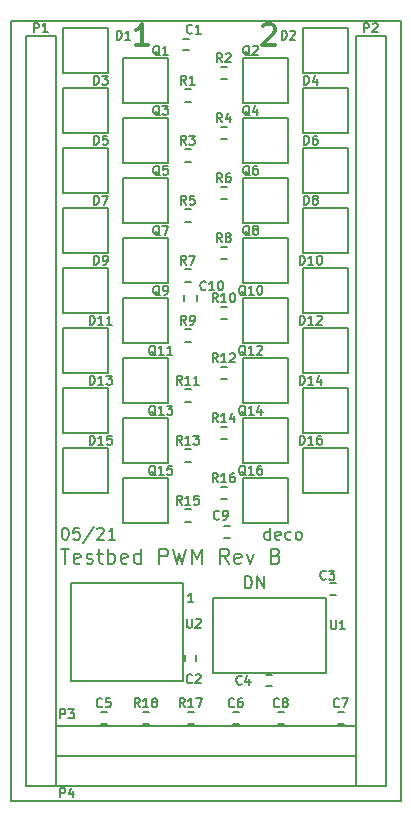
<source format=gbr>
%TF.GenerationSoftware,KiCad,Pcbnew,4.0.2-stable*%
%TF.CreationDate,2021-11-11T11:09:56-08:00*%
%TF.ProjectId,pwm,70776D2E6B696361645F706362000000,rev?*%
%TF.FileFunction,Legend,Top*%
%FSLAX46Y46*%
G04 Gerber Fmt 4.6, Leading zero omitted, Abs format (unit mm)*
G04 Created by KiCad (PCBNEW 4.0.2-stable) date 11/11/2021 11:09:56 AM*
%MOMM*%
G01*
G04 APERTURE LIST*
%ADD10C,0.100000*%
%ADD11C,0.203200*%
%ADD12C,0.190500*%
%ADD13C,0.300000*%
%ADD14C,0.150000*%
%ADD15C,0.127000*%
G04 APERTURE END LIST*
D10*
D11*
X173509215Y-119204619D02*
X173509215Y-118188619D01*
X173751120Y-118188619D01*
X173896262Y-118237000D01*
X173993024Y-118333762D01*
X174041405Y-118430524D01*
X174089786Y-118624048D01*
X174089786Y-118769190D01*
X174041405Y-118962714D01*
X173993024Y-119059476D01*
X173896262Y-119156238D01*
X173751120Y-119204619D01*
X173509215Y-119204619D01*
X174525215Y-119204619D02*
X174525215Y-118188619D01*
X175105786Y-119204619D01*
X175105786Y-118188619D01*
D12*
X158232929Y-114061119D02*
X158329690Y-114061119D01*
X158426452Y-114109500D01*
X158474833Y-114157881D01*
X158523214Y-114254643D01*
X158571595Y-114448167D01*
X158571595Y-114690071D01*
X158523214Y-114883595D01*
X158474833Y-114980357D01*
X158426452Y-115028738D01*
X158329690Y-115077119D01*
X158232929Y-115077119D01*
X158136167Y-115028738D01*
X158087786Y-114980357D01*
X158039405Y-114883595D01*
X157991024Y-114690071D01*
X157991024Y-114448167D01*
X158039405Y-114254643D01*
X158087786Y-114157881D01*
X158136167Y-114109500D01*
X158232929Y-114061119D01*
X159490833Y-114061119D02*
X159007024Y-114061119D01*
X158958643Y-114544929D01*
X159007024Y-114496548D01*
X159103786Y-114448167D01*
X159345690Y-114448167D01*
X159442452Y-114496548D01*
X159490833Y-114544929D01*
X159539214Y-114641690D01*
X159539214Y-114883595D01*
X159490833Y-114980357D01*
X159442452Y-115028738D01*
X159345690Y-115077119D01*
X159103786Y-115077119D01*
X159007024Y-115028738D01*
X158958643Y-114980357D01*
X160700357Y-114012738D02*
X159829500Y-115319024D01*
X160990643Y-114157881D02*
X161039024Y-114109500D01*
X161135786Y-114061119D01*
X161377690Y-114061119D01*
X161474452Y-114109500D01*
X161522833Y-114157881D01*
X161571214Y-114254643D01*
X161571214Y-114351405D01*
X161522833Y-114496548D01*
X160942262Y-115077119D01*
X161571214Y-115077119D01*
X162538833Y-115077119D02*
X161958262Y-115077119D01*
X162248548Y-115077119D02*
X162248548Y-114061119D01*
X162151786Y-114206262D01*
X162055024Y-114303024D01*
X161958262Y-114351405D01*
D11*
X175619833Y-115077119D02*
X175619833Y-114061119D01*
X175619833Y-115028738D02*
X175523071Y-115077119D01*
X175329548Y-115077119D01*
X175232786Y-115028738D01*
X175184405Y-114980357D01*
X175136024Y-114883595D01*
X175136024Y-114593310D01*
X175184405Y-114496548D01*
X175232786Y-114448167D01*
X175329548Y-114399786D01*
X175523071Y-114399786D01*
X175619833Y-114448167D01*
X176490690Y-115028738D02*
X176393928Y-115077119D01*
X176200405Y-115077119D01*
X176103643Y-115028738D01*
X176055262Y-114931976D01*
X176055262Y-114544929D01*
X176103643Y-114448167D01*
X176200405Y-114399786D01*
X176393928Y-114399786D01*
X176490690Y-114448167D01*
X176539071Y-114544929D01*
X176539071Y-114641690D01*
X176055262Y-114738452D01*
X177409928Y-115028738D02*
X177313166Y-115077119D01*
X177119643Y-115077119D01*
X177022881Y-115028738D01*
X176974500Y-114980357D01*
X176926119Y-114883595D01*
X176926119Y-114593310D01*
X176974500Y-114496548D01*
X177022881Y-114448167D01*
X177119643Y-114399786D01*
X177313166Y-114399786D01*
X177409928Y-114448167D01*
X177990500Y-115077119D02*
X177893738Y-115028738D01*
X177845357Y-114980357D01*
X177796976Y-114883595D01*
X177796976Y-114593310D01*
X177845357Y-114496548D01*
X177893738Y-114448167D01*
X177990500Y-114399786D01*
X178135642Y-114399786D01*
X178232404Y-114448167D01*
X178280785Y-114496548D01*
X178329166Y-114593310D01*
X178329166Y-114883595D01*
X178280785Y-114980357D01*
X178232404Y-115028738D01*
X178135642Y-115077119D01*
X177990500Y-115077119D01*
X157918452Y-115827024D02*
X158644167Y-115827024D01*
X158281310Y-117097024D02*
X158281310Y-115827024D01*
X159551309Y-117036548D02*
X159430357Y-117097024D01*
X159188452Y-117097024D01*
X159067500Y-117036548D01*
X159007024Y-116915595D01*
X159007024Y-116431786D01*
X159067500Y-116310833D01*
X159188452Y-116250357D01*
X159430357Y-116250357D01*
X159551309Y-116310833D01*
X159611786Y-116431786D01*
X159611786Y-116552738D01*
X159007024Y-116673690D01*
X160095595Y-117036548D02*
X160216547Y-117097024D01*
X160458452Y-117097024D01*
X160579404Y-117036548D01*
X160639880Y-116915595D01*
X160639880Y-116855119D01*
X160579404Y-116734167D01*
X160458452Y-116673690D01*
X160277023Y-116673690D01*
X160156071Y-116613214D01*
X160095595Y-116492262D01*
X160095595Y-116431786D01*
X160156071Y-116310833D01*
X160277023Y-116250357D01*
X160458452Y-116250357D01*
X160579404Y-116310833D01*
X161002737Y-116250357D02*
X161486547Y-116250357D01*
X161184166Y-115827024D02*
X161184166Y-116915595D01*
X161244642Y-117036548D01*
X161365595Y-117097024D01*
X161486547Y-117097024D01*
X161909880Y-117097024D02*
X161909880Y-115827024D01*
X161909880Y-116310833D02*
X162030832Y-116250357D01*
X162272737Y-116250357D01*
X162393689Y-116310833D01*
X162454166Y-116371310D01*
X162514642Y-116492262D01*
X162514642Y-116855119D01*
X162454166Y-116976071D01*
X162393689Y-117036548D01*
X162272737Y-117097024D01*
X162030832Y-117097024D01*
X161909880Y-117036548D01*
X163542737Y-117036548D02*
X163421785Y-117097024D01*
X163179880Y-117097024D01*
X163058928Y-117036548D01*
X162998452Y-116915595D01*
X162998452Y-116431786D01*
X163058928Y-116310833D01*
X163179880Y-116250357D01*
X163421785Y-116250357D01*
X163542737Y-116310833D01*
X163603214Y-116431786D01*
X163603214Y-116552738D01*
X162998452Y-116673690D01*
X164691785Y-117097024D02*
X164691785Y-115827024D01*
X164691785Y-117036548D02*
X164570832Y-117097024D01*
X164328928Y-117097024D01*
X164207975Y-117036548D01*
X164147499Y-116976071D01*
X164087023Y-116855119D01*
X164087023Y-116492262D01*
X164147499Y-116371310D01*
X164207975Y-116310833D01*
X164328928Y-116250357D01*
X164570832Y-116250357D01*
X164691785Y-116310833D01*
X166264166Y-117097024D02*
X166264166Y-115827024D01*
X166747975Y-115827024D01*
X166868928Y-115887500D01*
X166929404Y-115947976D01*
X166989880Y-116068929D01*
X166989880Y-116250357D01*
X166929404Y-116371310D01*
X166868928Y-116431786D01*
X166747975Y-116492262D01*
X166264166Y-116492262D01*
X167413214Y-115827024D02*
X167715595Y-117097024D01*
X167957499Y-116189881D01*
X168199404Y-117097024D01*
X168501785Y-115827024D01*
X168985595Y-117097024D02*
X168985595Y-115827024D01*
X169408928Y-116734167D01*
X169832262Y-115827024D01*
X169832262Y-117097024D01*
X172130357Y-117097024D02*
X171707024Y-116492262D01*
X171404643Y-117097024D02*
X171404643Y-115827024D01*
X171888452Y-115827024D01*
X172009405Y-115887500D01*
X172069881Y-115947976D01*
X172130357Y-116068929D01*
X172130357Y-116250357D01*
X172069881Y-116371310D01*
X172009405Y-116431786D01*
X171888452Y-116492262D01*
X171404643Y-116492262D01*
X173158452Y-117036548D02*
X173037500Y-117097024D01*
X172795595Y-117097024D01*
X172674643Y-117036548D01*
X172614167Y-116915595D01*
X172614167Y-116431786D01*
X172674643Y-116310833D01*
X172795595Y-116250357D01*
X173037500Y-116250357D01*
X173158452Y-116310833D01*
X173218929Y-116431786D01*
X173218929Y-116552738D01*
X172614167Y-116673690D01*
X173642262Y-116250357D02*
X173944643Y-117097024D01*
X174247023Y-116250357D01*
X176121785Y-116431786D02*
X176303214Y-116492262D01*
X176363690Y-116552738D01*
X176424166Y-116673690D01*
X176424166Y-116855119D01*
X176363690Y-116976071D01*
X176303214Y-117036548D01*
X176182261Y-117097024D01*
X175698452Y-117097024D01*
X175698452Y-115827024D01*
X176121785Y-115827024D01*
X176242738Y-115887500D01*
X176303214Y-115947976D01*
X176363690Y-116068929D01*
X176363690Y-116189881D01*
X176303214Y-116310833D01*
X176242738Y-116371310D01*
X176121785Y-116431786D01*
X175698452Y-116431786D01*
D13*
X175069501Y-71585667D02*
X175154167Y-71501000D01*
X175323501Y-71416333D01*
X175746834Y-71416333D01*
X175916167Y-71501000D01*
X176000834Y-71585667D01*
X176085501Y-71755000D01*
X176085501Y-71924333D01*
X176000834Y-72178333D01*
X174984834Y-73194333D01*
X176085501Y-73194333D01*
X165290501Y-73194333D02*
X164274501Y-73194333D01*
X164782501Y-73194333D02*
X164782501Y-71416333D01*
X164613167Y-71670333D01*
X164443834Y-71839667D01*
X164274501Y-71924333D01*
D14*
X153670000Y-71120000D02*
X186690000Y-71120000D01*
X153670000Y-137160000D02*
X186690000Y-137160000D01*
X153670000Y-137160000D02*
X153670000Y-71120000D01*
X186690000Y-71120000D02*
X186690000Y-137160000D01*
X171954000Y-90280000D02*
X171454000Y-90280000D01*
X171454000Y-91330000D02*
X171954000Y-91330000D01*
X168275000Y-127000000D02*
X168275000Y-118745000D01*
X168275000Y-118745000D02*
X158750000Y-118745000D01*
X158750000Y-118745000D02*
X158750000Y-127000000D01*
X158750000Y-127000000D02*
X168275000Y-127000000D01*
X161925000Y-80645000D02*
X161925000Y-76835000D01*
X161925000Y-76835000D02*
X158115000Y-76835000D01*
X158115000Y-76835000D02*
X158115000Y-80645000D01*
X158115000Y-80645000D02*
X161925000Y-80645000D01*
X168406000Y-83075000D02*
X168906000Y-83075000D01*
X168906000Y-82025000D02*
X168406000Y-82025000D01*
X168279000Y-73627000D02*
X168779000Y-73627000D01*
X168779000Y-72677000D02*
X168279000Y-72677000D01*
X168435000Y-124845000D02*
X168435000Y-125345000D01*
X169385000Y-125345000D02*
X169385000Y-124845000D01*
X181225000Y-118778000D02*
X180725000Y-118778000D01*
X180725000Y-119728000D02*
X181225000Y-119728000D01*
X175764000Y-126525000D02*
X175264000Y-126525000D01*
X175264000Y-127475000D02*
X175764000Y-127475000D01*
X168406000Y-77995000D02*
X168906000Y-77995000D01*
X168906000Y-76945000D02*
X168406000Y-76945000D01*
X171954000Y-75040000D02*
X171454000Y-75040000D01*
X171454000Y-76090000D02*
X171954000Y-76090000D01*
X171954000Y-80120000D02*
X171454000Y-80120000D01*
X171454000Y-81170000D02*
X171954000Y-81170000D01*
X168406000Y-88155000D02*
X168906000Y-88155000D01*
X168906000Y-87105000D02*
X168406000Y-87105000D01*
X171954000Y-85200000D02*
X171454000Y-85200000D01*
X171454000Y-86250000D02*
X171954000Y-86250000D01*
X168406000Y-93235000D02*
X168906000Y-93235000D01*
X168906000Y-92185000D02*
X168406000Y-92185000D01*
X168406000Y-98315000D02*
X168906000Y-98315000D01*
X168906000Y-97265000D02*
X168406000Y-97265000D01*
X171954000Y-95360000D02*
X171454000Y-95360000D01*
X171454000Y-96410000D02*
X171954000Y-96410000D01*
X168406000Y-103395000D02*
X168906000Y-103395000D01*
X168906000Y-102345000D02*
X168406000Y-102345000D01*
X171954000Y-100440000D02*
X171454000Y-100440000D01*
X171454000Y-101490000D02*
X171954000Y-101490000D01*
X168406000Y-108475000D02*
X168906000Y-108475000D01*
X168906000Y-107425000D02*
X168406000Y-107425000D01*
X171954000Y-105520000D02*
X171454000Y-105520000D01*
X171454000Y-106570000D02*
X171954000Y-106570000D01*
X168406000Y-113555000D02*
X168906000Y-113555000D01*
X168906000Y-112505000D02*
X168406000Y-112505000D01*
X171954000Y-110600000D02*
X171454000Y-110600000D01*
X171454000Y-111650000D02*
X171954000Y-111650000D01*
X169160000Y-129650000D02*
X168660000Y-129650000D01*
X168660000Y-130700000D02*
X169160000Y-130700000D01*
X170815000Y-126365000D02*
X180340000Y-126365000D01*
X180340000Y-126365000D02*
X180340000Y-120015000D01*
X180340000Y-120015000D02*
X170815000Y-120015000D01*
X170815000Y-120015000D02*
X170815000Y-126365000D01*
X161925000Y-75565000D02*
X161925000Y-71755000D01*
X161925000Y-71755000D02*
X158115000Y-71755000D01*
X158115000Y-71755000D02*
X158115000Y-75565000D01*
X158115000Y-75565000D02*
X161925000Y-75565000D01*
X182245000Y-75565000D02*
X182245000Y-71755000D01*
X182245000Y-71755000D02*
X178435000Y-71755000D01*
X178435000Y-71755000D02*
X178435000Y-75565000D01*
X178435000Y-75565000D02*
X182245000Y-75565000D01*
X161925000Y-85725000D02*
X161925000Y-81915000D01*
X161925000Y-81915000D02*
X158115000Y-81915000D01*
X158115000Y-81915000D02*
X158115000Y-85725000D01*
X158115000Y-85725000D02*
X161925000Y-85725000D01*
X182245000Y-85725000D02*
X182245000Y-81915000D01*
X182245000Y-81915000D02*
X178435000Y-81915000D01*
X178435000Y-81915000D02*
X178435000Y-85725000D01*
X178435000Y-85725000D02*
X182245000Y-85725000D01*
X161925000Y-90805000D02*
X161925000Y-86995000D01*
X161925000Y-86995000D02*
X158115000Y-86995000D01*
X158115000Y-86995000D02*
X158115000Y-90805000D01*
X158115000Y-90805000D02*
X161925000Y-90805000D01*
X182245000Y-90805000D02*
X182245000Y-86995000D01*
X182245000Y-86995000D02*
X178435000Y-86995000D01*
X178435000Y-86995000D02*
X178435000Y-90805000D01*
X178435000Y-90805000D02*
X182245000Y-90805000D01*
X161925000Y-95885000D02*
X161925000Y-92075000D01*
X161925000Y-92075000D02*
X158115000Y-92075000D01*
X158115000Y-92075000D02*
X158115000Y-95885000D01*
X158115000Y-95885000D02*
X161925000Y-95885000D01*
X182245000Y-95885000D02*
X182245000Y-92075000D01*
X182245000Y-92075000D02*
X178435000Y-92075000D01*
X178435000Y-92075000D02*
X178435000Y-95885000D01*
X178435000Y-95885000D02*
X182245000Y-95885000D01*
X161925000Y-100965000D02*
X161925000Y-97155000D01*
X161925000Y-97155000D02*
X158115000Y-97155000D01*
X158115000Y-97155000D02*
X158115000Y-100965000D01*
X158115000Y-100965000D02*
X161925000Y-100965000D01*
X182245000Y-100965000D02*
X182245000Y-97155000D01*
X182245000Y-97155000D02*
X178435000Y-97155000D01*
X178435000Y-97155000D02*
X178435000Y-100965000D01*
X178435000Y-100965000D02*
X182245000Y-100965000D01*
X161925000Y-106045000D02*
X161925000Y-102235000D01*
X161925000Y-102235000D02*
X158115000Y-102235000D01*
X158115000Y-102235000D02*
X158115000Y-106045000D01*
X158115000Y-106045000D02*
X161925000Y-106045000D01*
X161925000Y-111125000D02*
X161925000Y-107315000D01*
X161925000Y-107315000D02*
X158115000Y-107315000D01*
X158115000Y-107315000D02*
X158115000Y-111125000D01*
X158115000Y-111125000D02*
X161925000Y-111125000D01*
X182245000Y-111125000D02*
X182245000Y-107315000D01*
X182245000Y-107315000D02*
X178435000Y-107315000D01*
X178435000Y-107315000D02*
X178435000Y-111125000D01*
X178435000Y-111125000D02*
X182245000Y-111125000D01*
X167005000Y-74295000D02*
X163195000Y-74295000D01*
X163195000Y-74295000D02*
X163195000Y-78105000D01*
X163195000Y-78105000D02*
X167005000Y-78105000D01*
X167005000Y-78105000D02*
X167005000Y-74295000D01*
X173355000Y-78105000D02*
X177165000Y-78105000D01*
X177165000Y-78105000D02*
X177165000Y-74295000D01*
X177165000Y-74295000D02*
X173355000Y-74295000D01*
X173355000Y-74295000D02*
X173355000Y-78105000D01*
X167005000Y-79375000D02*
X163195000Y-79375000D01*
X163195000Y-79375000D02*
X163195000Y-83185000D01*
X163195000Y-83185000D02*
X167005000Y-83185000D01*
X167005000Y-83185000D02*
X167005000Y-79375000D01*
X173355000Y-83185000D02*
X177165000Y-83185000D01*
X177165000Y-83185000D02*
X177165000Y-79375000D01*
X177165000Y-79375000D02*
X173355000Y-79375000D01*
X173355000Y-79375000D02*
X173355000Y-83185000D01*
X167005000Y-84455000D02*
X163195000Y-84455000D01*
X163195000Y-84455000D02*
X163195000Y-88265000D01*
X163195000Y-88265000D02*
X167005000Y-88265000D01*
X167005000Y-88265000D02*
X167005000Y-84455000D01*
X173355000Y-88265000D02*
X177165000Y-88265000D01*
X177165000Y-88265000D02*
X177165000Y-84455000D01*
X177165000Y-84455000D02*
X173355000Y-84455000D01*
X173355000Y-84455000D02*
X173355000Y-88265000D01*
X167005000Y-89535000D02*
X163195000Y-89535000D01*
X163195000Y-89535000D02*
X163195000Y-93345000D01*
X163195000Y-93345000D02*
X167005000Y-93345000D01*
X167005000Y-93345000D02*
X167005000Y-89535000D01*
X173355000Y-93345000D02*
X177165000Y-93345000D01*
X177165000Y-93345000D02*
X177165000Y-89535000D01*
X177165000Y-89535000D02*
X173355000Y-89535000D01*
X173355000Y-89535000D02*
X173355000Y-93345000D01*
X167005000Y-94615000D02*
X163195000Y-94615000D01*
X163195000Y-94615000D02*
X163195000Y-98425000D01*
X163195000Y-98425000D02*
X167005000Y-98425000D01*
X167005000Y-98425000D02*
X167005000Y-94615000D01*
X173355000Y-98425000D02*
X177165000Y-98425000D01*
X177165000Y-98425000D02*
X177165000Y-94615000D01*
X177165000Y-94615000D02*
X173355000Y-94615000D01*
X173355000Y-94615000D02*
X173355000Y-98425000D01*
X167005000Y-99695000D02*
X163195000Y-99695000D01*
X163195000Y-99695000D02*
X163195000Y-103505000D01*
X163195000Y-103505000D02*
X167005000Y-103505000D01*
X167005000Y-103505000D02*
X167005000Y-99695000D01*
X173355000Y-103505000D02*
X177165000Y-103505000D01*
X177165000Y-103505000D02*
X177165000Y-99695000D01*
X177165000Y-99695000D02*
X173355000Y-99695000D01*
X173355000Y-99695000D02*
X173355000Y-103505000D01*
X167005000Y-104775000D02*
X163195000Y-104775000D01*
X163195000Y-104775000D02*
X163195000Y-108585000D01*
X163195000Y-108585000D02*
X167005000Y-108585000D01*
X167005000Y-108585000D02*
X167005000Y-104775000D01*
X173355000Y-108585000D02*
X177165000Y-108585000D01*
X177165000Y-108585000D02*
X177165000Y-104775000D01*
X177165000Y-104775000D02*
X173355000Y-104775000D01*
X173355000Y-104775000D02*
X173355000Y-108585000D01*
X167005000Y-109855000D02*
X163195000Y-109855000D01*
X163195000Y-109855000D02*
X163195000Y-113665000D01*
X163195000Y-113665000D02*
X167005000Y-113665000D01*
X167005000Y-113665000D02*
X167005000Y-109855000D01*
X173355000Y-113665000D02*
X177165000Y-113665000D01*
X177165000Y-113665000D02*
X177165000Y-109855000D01*
X177165000Y-109855000D02*
X173355000Y-109855000D01*
X173355000Y-109855000D02*
X173355000Y-113665000D01*
X161294000Y-130650000D02*
X161794000Y-130650000D01*
X161794000Y-129700000D02*
X161294000Y-129700000D01*
X182245000Y-80645000D02*
X182245000Y-76835000D01*
X182245000Y-76835000D02*
X178435000Y-76835000D01*
X178435000Y-76835000D02*
X178435000Y-80645000D01*
X178435000Y-80645000D02*
X182245000Y-80645000D01*
X172970000Y-129700000D02*
X172470000Y-129700000D01*
X172470000Y-130650000D02*
X172970000Y-130650000D01*
X181360000Y-130650000D02*
X181860000Y-130650000D01*
X181860000Y-129700000D02*
X181360000Y-129700000D01*
X176780000Y-129700000D02*
X176280000Y-129700000D01*
X176280000Y-130650000D02*
X176780000Y-130650000D01*
X172208000Y-113952000D02*
X171708000Y-113952000D01*
X171708000Y-114902000D02*
X172208000Y-114902000D01*
X182245000Y-106045000D02*
X182245000Y-102235000D01*
X182245000Y-102235000D02*
X178435000Y-102235000D01*
X178435000Y-102235000D02*
X178435000Y-106045000D01*
X178435000Y-106045000D02*
X182245000Y-106045000D01*
X164850000Y-130700000D02*
X165350000Y-130700000D01*
X165350000Y-129650000D02*
X164850000Y-129650000D01*
X168385000Y-94365000D02*
X168385000Y-94865000D01*
X169435000Y-94865000D02*
X169435000Y-94365000D01*
X154940000Y-72390000D02*
X154940000Y-135890000D01*
X157480000Y-135890000D02*
X157480000Y-72390000D01*
X154940000Y-72390000D02*
X157480000Y-72390000D01*
X154940000Y-135890000D02*
X157480000Y-135890000D01*
X182880000Y-72390000D02*
X182880000Y-135890000D01*
X185420000Y-135890000D02*
X185420000Y-72390000D01*
X182880000Y-72390000D02*
X185420000Y-72390000D01*
X182880000Y-135890000D02*
X185420000Y-135890000D01*
X182880000Y-130810000D02*
X157480000Y-130810000D01*
X157480000Y-133350000D02*
X182880000Y-133350000D01*
X157480000Y-130810000D02*
X157480000Y-133350000D01*
X182880000Y-130810000D02*
X182880000Y-133350000D01*
X157480000Y-135890000D02*
X182880000Y-135890000D01*
X182880000Y-133350000D02*
X157480000Y-133350000D01*
X182880000Y-135890000D02*
X182880000Y-133350000D01*
X157480000Y-135890000D02*
X157480000Y-133350000D01*
D15*
X171577000Y-89879714D02*
X171323000Y-89516857D01*
X171141572Y-89879714D02*
X171141572Y-89117714D01*
X171431857Y-89117714D01*
X171504429Y-89154000D01*
X171540714Y-89190286D01*
X171577000Y-89262857D01*
X171577000Y-89371714D01*
X171540714Y-89444286D01*
X171504429Y-89480571D01*
X171431857Y-89516857D01*
X171141572Y-89516857D01*
X172012429Y-89444286D02*
X171939857Y-89408000D01*
X171903572Y-89371714D01*
X171867286Y-89299143D01*
X171867286Y-89262857D01*
X171903572Y-89190286D01*
X171939857Y-89154000D01*
X172012429Y-89117714D01*
X172157572Y-89117714D01*
X172230143Y-89154000D01*
X172266429Y-89190286D01*
X172302714Y-89262857D01*
X172302714Y-89299143D01*
X172266429Y-89371714D01*
X172230143Y-89408000D01*
X172157572Y-89444286D01*
X172012429Y-89444286D01*
X171939857Y-89480571D01*
X171903572Y-89516857D01*
X171867286Y-89589429D01*
X171867286Y-89734571D01*
X171903572Y-89807143D01*
X171939857Y-89843429D01*
X172012429Y-89879714D01*
X172157572Y-89879714D01*
X172230143Y-89843429D01*
X172266429Y-89807143D01*
X172302714Y-89734571D01*
X172302714Y-89589429D01*
X172266429Y-89516857D01*
X172230143Y-89480571D01*
X172157572Y-89444286D01*
X168583429Y-121756714D02*
X168583429Y-122373571D01*
X168619714Y-122446143D01*
X168656000Y-122482429D01*
X168728571Y-122518714D01*
X168873714Y-122518714D01*
X168946286Y-122482429D01*
X168982571Y-122446143D01*
X169018857Y-122373571D01*
X169018857Y-121756714D01*
X169345429Y-121829286D02*
X169381715Y-121793000D01*
X169454286Y-121756714D01*
X169635715Y-121756714D01*
X169708286Y-121793000D01*
X169744572Y-121829286D01*
X169780857Y-121901857D01*
X169780857Y-121974429D01*
X169744572Y-122083286D01*
X169309143Y-122518714D01*
X169780857Y-122518714D01*
X169127714Y-120359714D02*
X168692286Y-120359714D01*
X168910000Y-120359714D02*
X168910000Y-119597714D01*
X168837429Y-119706571D01*
X168764857Y-119779143D01*
X168692286Y-119815429D01*
X160727572Y-76544714D02*
X160727572Y-75782714D01*
X160909000Y-75782714D01*
X161017857Y-75819000D01*
X161090429Y-75891571D01*
X161126714Y-75964143D01*
X161163000Y-76109286D01*
X161163000Y-76218143D01*
X161126714Y-76363286D01*
X161090429Y-76435857D01*
X161017857Y-76508429D01*
X160909000Y-76544714D01*
X160727572Y-76544714D01*
X161417000Y-75782714D02*
X161888714Y-75782714D01*
X161634714Y-76073000D01*
X161743572Y-76073000D01*
X161816143Y-76109286D01*
X161852429Y-76145571D01*
X161888714Y-76218143D01*
X161888714Y-76399571D01*
X161852429Y-76472143D01*
X161816143Y-76508429D01*
X161743572Y-76544714D01*
X161525857Y-76544714D01*
X161453286Y-76508429D01*
X161417000Y-76472143D01*
X168529000Y-81624714D02*
X168275000Y-81261857D01*
X168093572Y-81624714D02*
X168093572Y-80862714D01*
X168383857Y-80862714D01*
X168456429Y-80899000D01*
X168492714Y-80935286D01*
X168529000Y-81007857D01*
X168529000Y-81116714D01*
X168492714Y-81189286D01*
X168456429Y-81225571D01*
X168383857Y-81261857D01*
X168093572Y-81261857D01*
X168783000Y-80862714D02*
X169254714Y-80862714D01*
X169000714Y-81153000D01*
X169109572Y-81153000D01*
X169182143Y-81189286D01*
X169218429Y-81225571D01*
X169254714Y-81298143D01*
X169254714Y-81479571D01*
X169218429Y-81552143D01*
X169182143Y-81588429D01*
X169109572Y-81624714D01*
X168891857Y-81624714D01*
X168819286Y-81588429D01*
X168783000Y-81552143D01*
X169037000Y-72154143D02*
X169000714Y-72190429D01*
X168891857Y-72226714D01*
X168819286Y-72226714D01*
X168710429Y-72190429D01*
X168637857Y-72117857D01*
X168601572Y-72045286D01*
X168565286Y-71900143D01*
X168565286Y-71791286D01*
X168601572Y-71646143D01*
X168637857Y-71573571D01*
X168710429Y-71501000D01*
X168819286Y-71464714D01*
X168891857Y-71464714D01*
X169000714Y-71501000D01*
X169037000Y-71537286D01*
X169762714Y-72226714D02*
X169327286Y-72226714D01*
X169545000Y-72226714D02*
X169545000Y-71464714D01*
X169472429Y-71573571D01*
X169399857Y-71646143D01*
X169327286Y-71682429D01*
X169037000Y-127145143D02*
X169000714Y-127181429D01*
X168891857Y-127217714D01*
X168819286Y-127217714D01*
X168710429Y-127181429D01*
X168637857Y-127108857D01*
X168601572Y-127036286D01*
X168565286Y-126891143D01*
X168565286Y-126782286D01*
X168601572Y-126637143D01*
X168637857Y-126564571D01*
X168710429Y-126492000D01*
X168819286Y-126455714D01*
X168891857Y-126455714D01*
X169000714Y-126492000D01*
X169037000Y-126528286D01*
X169327286Y-126528286D02*
X169363572Y-126492000D01*
X169436143Y-126455714D01*
X169617572Y-126455714D01*
X169690143Y-126492000D01*
X169726429Y-126528286D01*
X169762714Y-126600857D01*
X169762714Y-126673429D01*
X169726429Y-126782286D01*
X169291000Y-127217714D01*
X169762714Y-127217714D01*
X180340000Y-118382143D02*
X180303714Y-118418429D01*
X180194857Y-118454714D01*
X180122286Y-118454714D01*
X180013429Y-118418429D01*
X179940857Y-118345857D01*
X179904572Y-118273286D01*
X179868286Y-118128143D01*
X179868286Y-118019286D01*
X179904572Y-117874143D01*
X179940857Y-117801571D01*
X180013429Y-117729000D01*
X180122286Y-117692714D01*
X180194857Y-117692714D01*
X180303714Y-117729000D01*
X180340000Y-117765286D01*
X180594000Y-117692714D02*
X181065714Y-117692714D01*
X180811714Y-117983000D01*
X180920572Y-117983000D01*
X180993143Y-118019286D01*
X181029429Y-118055571D01*
X181065714Y-118128143D01*
X181065714Y-118309571D01*
X181029429Y-118382143D01*
X180993143Y-118418429D01*
X180920572Y-118454714D01*
X180702857Y-118454714D01*
X180630286Y-118418429D01*
X180594000Y-118382143D01*
X173228000Y-127272143D02*
X173191714Y-127308429D01*
X173082857Y-127344714D01*
X173010286Y-127344714D01*
X172901429Y-127308429D01*
X172828857Y-127235857D01*
X172792572Y-127163286D01*
X172756286Y-127018143D01*
X172756286Y-126909286D01*
X172792572Y-126764143D01*
X172828857Y-126691571D01*
X172901429Y-126619000D01*
X173010286Y-126582714D01*
X173082857Y-126582714D01*
X173191714Y-126619000D01*
X173228000Y-126655286D01*
X173881143Y-126836714D02*
X173881143Y-127344714D01*
X173699714Y-126546429D02*
X173518286Y-127090714D01*
X173990000Y-127090714D01*
X168529000Y-76544714D02*
X168275000Y-76181857D01*
X168093572Y-76544714D02*
X168093572Y-75782714D01*
X168383857Y-75782714D01*
X168456429Y-75819000D01*
X168492714Y-75855286D01*
X168529000Y-75927857D01*
X168529000Y-76036714D01*
X168492714Y-76109286D01*
X168456429Y-76145571D01*
X168383857Y-76181857D01*
X168093572Y-76181857D01*
X169254714Y-76544714D02*
X168819286Y-76544714D01*
X169037000Y-76544714D02*
X169037000Y-75782714D01*
X168964429Y-75891571D01*
X168891857Y-75964143D01*
X168819286Y-76000429D01*
X171577000Y-74639714D02*
X171323000Y-74276857D01*
X171141572Y-74639714D02*
X171141572Y-73877714D01*
X171431857Y-73877714D01*
X171504429Y-73914000D01*
X171540714Y-73950286D01*
X171577000Y-74022857D01*
X171577000Y-74131714D01*
X171540714Y-74204286D01*
X171504429Y-74240571D01*
X171431857Y-74276857D01*
X171141572Y-74276857D01*
X171867286Y-73950286D02*
X171903572Y-73914000D01*
X171976143Y-73877714D01*
X172157572Y-73877714D01*
X172230143Y-73914000D01*
X172266429Y-73950286D01*
X172302714Y-74022857D01*
X172302714Y-74095429D01*
X172266429Y-74204286D01*
X171831000Y-74639714D01*
X172302714Y-74639714D01*
X171577000Y-79719714D02*
X171323000Y-79356857D01*
X171141572Y-79719714D02*
X171141572Y-78957714D01*
X171431857Y-78957714D01*
X171504429Y-78994000D01*
X171540714Y-79030286D01*
X171577000Y-79102857D01*
X171577000Y-79211714D01*
X171540714Y-79284286D01*
X171504429Y-79320571D01*
X171431857Y-79356857D01*
X171141572Y-79356857D01*
X172230143Y-79211714D02*
X172230143Y-79719714D01*
X172048714Y-78921429D02*
X171867286Y-79465714D01*
X172339000Y-79465714D01*
X168529000Y-86704714D02*
X168275000Y-86341857D01*
X168093572Y-86704714D02*
X168093572Y-85942714D01*
X168383857Y-85942714D01*
X168456429Y-85979000D01*
X168492714Y-86015286D01*
X168529000Y-86087857D01*
X168529000Y-86196714D01*
X168492714Y-86269286D01*
X168456429Y-86305571D01*
X168383857Y-86341857D01*
X168093572Y-86341857D01*
X169218429Y-85942714D02*
X168855572Y-85942714D01*
X168819286Y-86305571D01*
X168855572Y-86269286D01*
X168928143Y-86233000D01*
X169109572Y-86233000D01*
X169182143Y-86269286D01*
X169218429Y-86305571D01*
X169254714Y-86378143D01*
X169254714Y-86559571D01*
X169218429Y-86632143D01*
X169182143Y-86668429D01*
X169109572Y-86704714D01*
X168928143Y-86704714D01*
X168855572Y-86668429D01*
X168819286Y-86632143D01*
X171577000Y-84799714D02*
X171323000Y-84436857D01*
X171141572Y-84799714D02*
X171141572Y-84037714D01*
X171431857Y-84037714D01*
X171504429Y-84074000D01*
X171540714Y-84110286D01*
X171577000Y-84182857D01*
X171577000Y-84291714D01*
X171540714Y-84364286D01*
X171504429Y-84400571D01*
X171431857Y-84436857D01*
X171141572Y-84436857D01*
X172230143Y-84037714D02*
X172085000Y-84037714D01*
X172012429Y-84074000D01*
X171976143Y-84110286D01*
X171903572Y-84219143D01*
X171867286Y-84364286D01*
X171867286Y-84654571D01*
X171903572Y-84727143D01*
X171939857Y-84763429D01*
X172012429Y-84799714D01*
X172157572Y-84799714D01*
X172230143Y-84763429D01*
X172266429Y-84727143D01*
X172302714Y-84654571D01*
X172302714Y-84473143D01*
X172266429Y-84400571D01*
X172230143Y-84364286D01*
X172157572Y-84328000D01*
X172012429Y-84328000D01*
X171939857Y-84364286D01*
X171903572Y-84400571D01*
X171867286Y-84473143D01*
X168529000Y-91784714D02*
X168275000Y-91421857D01*
X168093572Y-91784714D02*
X168093572Y-91022714D01*
X168383857Y-91022714D01*
X168456429Y-91059000D01*
X168492714Y-91095286D01*
X168529000Y-91167857D01*
X168529000Y-91276714D01*
X168492714Y-91349286D01*
X168456429Y-91385571D01*
X168383857Y-91421857D01*
X168093572Y-91421857D01*
X168783000Y-91022714D02*
X169291000Y-91022714D01*
X168964429Y-91784714D01*
X168529000Y-96864714D02*
X168275000Y-96501857D01*
X168093572Y-96864714D02*
X168093572Y-96102714D01*
X168383857Y-96102714D01*
X168456429Y-96139000D01*
X168492714Y-96175286D01*
X168529000Y-96247857D01*
X168529000Y-96356714D01*
X168492714Y-96429286D01*
X168456429Y-96465571D01*
X168383857Y-96501857D01*
X168093572Y-96501857D01*
X168891857Y-96864714D02*
X169037000Y-96864714D01*
X169109572Y-96828429D01*
X169145857Y-96792143D01*
X169218429Y-96683286D01*
X169254714Y-96538143D01*
X169254714Y-96247857D01*
X169218429Y-96175286D01*
X169182143Y-96139000D01*
X169109572Y-96102714D01*
X168964429Y-96102714D01*
X168891857Y-96139000D01*
X168855572Y-96175286D01*
X168819286Y-96247857D01*
X168819286Y-96429286D01*
X168855572Y-96501857D01*
X168891857Y-96538143D01*
X168964429Y-96574429D01*
X169109572Y-96574429D01*
X169182143Y-96538143D01*
X169218429Y-96501857D01*
X169254714Y-96429286D01*
X171214143Y-94959714D02*
X170960143Y-94596857D01*
X170778715Y-94959714D02*
X170778715Y-94197714D01*
X171069000Y-94197714D01*
X171141572Y-94234000D01*
X171177857Y-94270286D01*
X171214143Y-94342857D01*
X171214143Y-94451714D01*
X171177857Y-94524286D01*
X171141572Y-94560571D01*
X171069000Y-94596857D01*
X170778715Y-94596857D01*
X171939857Y-94959714D02*
X171504429Y-94959714D01*
X171722143Y-94959714D02*
X171722143Y-94197714D01*
X171649572Y-94306571D01*
X171577000Y-94379143D01*
X171504429Y-94415429D01*
X172411571Y-94197714D02*
X172484143Y-94197714D01*
X172556714Y-94234000D01*
X172593000Y-94270286D01*
X172629286Y-94342857D01*
X172665571Y-94488000D01*
X172665571Y-94669429D01*
X172629286Y-94814571D01*
X172593000Y-94887143D01*
X172556714Y-94923429D01*
X172484143Y-94959714D01*
X172411571Y-94959714D01*
X172339000Y-94923429D01*
X172302714Y-94887143D01*
X172266429Y-94814571D01*
X172230143Y-94669429D01*
X172230143Y-94488000D01*
X172266429Y-94342857D01*
X172302714Y-94270286D01*
X172339000Y-94234000D01*
X172411571Y-94197714D01*
X168166143Y-101944714D02*
X167912143Y-101581857D01*
X167730715Y-101944714D02*
X167730715Y-101182714D01*
X168021000Y-101182714D01*
X168093572Y-101219000D01*
X168129857Y-101255286D01*
X168166143Y-101327857D01*
X168166143Y-101436714D01*
X168129857Y-101509286D01*
X168093572Y-101545571D01*
X168021000Y-101581857D01*
X167730715Y-101581857D01*
X168891857Y-101944714D02*
X168456429Y-101944714D01*
X168674143Y-101944714D02*
X168674143Y-101182714D01*
X168601572Y-101291571D01*
X168529000Y-101364143D01*
X168456429Y-101400429D01*
X169617571Y-101944714D02*
X169182143Y-101944714D01*
X169399857Y-101944714D02*
X169399857Y-101182714D01*
X169327286Y-101291571D01*
X169254714Y-101364143D01*
X169182143Y-101400429D01*
X171214143Y-100039714D02*
X170960143Y-99676857D01*
X170778715Y-100039714D02*
X170778715Y-99277714D01*
X171069000Y-99277714D01*
X171141572Y-99314000D01*
X171177857Y-99350286D01*
X171214143Y-99422857D01*
X171214143Y-99531714D01*
X171177857Y-99604286D01*
X171141572Y-99640571D01*
X171069000Y-99676857D01*
X170778715Y-99676857D01*
X171939857Y-100039714D02*
X171504429Y-100039714D01*
X171722143Y-100039714D02*
X171722143Y-99277714D01*
X171649572Y-99386571D01*
X171577000Y-99459143D01*
X171504429Y-99495429D01*
X172230143Y-99350286D02*
X172266429Y-99314000D01*
X172339000Y-99277714D01*
X172520429Y-99277714D01*
X172593000Y-99314000D01*
X172629286Y-99350286D01*
X172665571Y-99422857D01*
X172665571Y-99495429D01*
X172629286Y-99604286D01*
X172193857Y-100039714D01*
X172665571Y-100039714D01*
X168166143Y-107024714D02*
X167912143Y-106661857D01*
X167730715Y-107024714D02*
X167730715Y-106262714D01*
X168021000Y-106262714D01*
X168093572Y-106299000D01*
X168129857Y-106335286D01*
X168166143Y-106407857D01*
X168166143Y-106516714D01*
X168129857Y-106589286D01*
X168093572Y-106625571D01*
X168021000Y-106661857D01*
X167730715Y-106661857D01*
X168891857Y-107024714D02*
X168456429Y-107024714D01*
X168674143Y-107024714D02*
X168674143Y-106262714D01*
X168601572Y-106371571D01*
X168529000Y-106444143D01*
X168456429Y-106480429D01*
X169145857Y-106262714D02*
X169617571Y-106262714D01*
X169363571Y-106553000D01*
X169472429Y-106553000D01*
X169545000Y-106589286D01*
X169581286Y-106625571D01*
X169617571Y-106698143D01*
X169617571Y-106879571D01*
X169581286Y-106952143D01*
X169545000Y-106988429D01*
X169472429Y-107024714D01*
X169254714Y-107024714D01*
X169182143Y-106988429D01*
X169145857Y-106952143D01*
X171214143Y-105119714D02*
X170960143Y-104756857D01*
X170778715Y-105119714D02*
X170778715Y-104357714D01*
X171069000Y-104357714D01*
X171141572Y-104394000D01*
X171177857Y-104430286D01*
X171214143Y-104502857D01*
X171214143Y-104611714D01*
X171177857Y-104684286D01*
X171141572Y-104720571D01*
X171069000Y-104756857D01*
X170778715Y-104756857D01*
X171939857Y-105119714D02*
X171504429Y-105119714D01*
X171722143Y-105119714D02*
X171722143Y-104357714D01*
X171649572Y-104466571D01*
X171577000Y-104539143D01*
X171504429Y-104575429D01*
X172593000Y-104611714D02*
X172593000Y-105119714D01*
X172411571Y-104321429D02*
X172230143Y-104865714D01*
X172701857Y-104865714D01*
X168166143Y-112104714D02*
X167912143Y-111741857D01*
X167730715Y-112104714D02*
X167730715Y-111342714D01*
X168021000Y-111342714D01*
X168093572Y-111379000D01*
X168129857Y-111415286D01*
X168166143Y-111487857D01*
X168166143Y-111596714D01*
X168129857Y-111669286D01*
X168093572Y-111705571D01*
X168021000Y-111741857D01*
X167730715Y-111741857D01*
X168891857Y-112104714D02*
X168456429Y-112104714D01*
X168674143Y-112104714D02*
X168674143Y-111342714D01*
X168601572Y-111451571D01*
X168529000Y-111524143D01*
X168456429Y-111560429D01*
X169581286Y-111342714D02*
X169218429Y-111342714D01*
X169182143Y-111705571D01*
X169218429Y-111669286D01*
X169291000Y-111633000D01*
X169472429Y-111633000D01*
X169545000Y-111669286D01*
X169581286Y-111705571D01*
X169617571Y-111778143D01*
X169617571Y-111959571D01*
X169581286Y-112032143D01*
X169545000Y-112068429D01*
X169472429Y-112104714D01*
X169291000Y-112104714D01*
X169218429Y-112068429D01*
X169182143Y-112032143D01*
X171214143Y-110199714D02*
X170960143Y-109836857D01*
X170778715Y-110199714D02*
X170778715Y-109437714D01*
X171069000Y-109437714D01*
X171141572Y-109474000D01*
X171177857Y-109510286D01*
X171214143Y-109582857D01*
X171214143Y-109691714D01*
X171177857Y-109764286D01*
X171141572Y-109800571D01*
X171069000Y-109836857D01*
X170778715Y-109836857D01*
X171939857Y-110199714D02*
X171504429Y-110199714D01*
X171722143Y-110199714D02*
X171722143Y-109437714D01*
X171649572Y-109546571D01*
X171577000Y-109619143D01*
X171504429Y-109655429D01*
X172593000Y-109437714D02*
X172447857Y-109437714D01*
X172375286Y-109474000D01*
X172339000Y-109510286D01*
X172266429Y-109619143D01*
X172230143Y-109764286D01*
X172230143Y-110054571D01*
X172266429Y-110127143D01*
X172302714Y-110163429D01*
X172375286Y-110199714D01*
X172520429Y-110199714D01*
X172593000Y-110163429D01*
X172629286Y-110127143D01*
X172665571Y-110054571D01*
X172665571Y-109873143D01*
X172629286Y-109800571D01*
X172593000Y-109764286D01*
X172520429Y-109728000D01*
X172375286Y-109728000D01*
X172302714Y-109764286D01*
X172266429Y-109800571D01*
X172230143Y-109873143D01*
X168420143Y-129249714D02*
X168166143Y-128886857D01*
X167984715Y-129249714D02*
X167984715Y-128487714D01*
X168275000Y-128487714D01*
X168347572Y-128524000D01*
X168383857Y-128560286D01*
X168420143Y-128632857D01*
X168420143Y-128741714D01*
X168383857Y-128814286D01*
X168347572Y-128850571D01*
X168275000Y-128886857D01*
X167984715Y-128886857D01*
X169145857Y-129249714D02*
X168710429Y-129249714D01*
X168928143Y-129249714D02*
X168928143Y-128487714D01*
X168855572Y-128596571D01*
X168783000Y-128669143D01*
X168710429Y-128705429D01*
X169399857Y-128487714D02*
X169907857Y-128487714D01*
X169581286Y-129249714D01*
X180775429Y-121883714D02*
X180775429Y-122500571D01*
X180811714Y-122573143D01*
X180848000Y-122609429D01*
X180920571Y-122645714D01*
X181065714Y-122645714D01*
X181138286Y-122609429D01*
X181174571Y-122573143D01*
X181210857Y-122500571D01*
X181210857Y-121883714D01*
X181972857Y-122645714D02*
X181537429Y-122645714D01*
X181755143Y-122645714D02*
X181755143Y-121883714D01*
X181682572Y-121992571D01*
X181610000Y-122065143D01*
X181537429Y-122101429D01*
X162632572Y-72734714D02*
X162632572Y-71972714D01*
X162814000Y-71972714D01*
X162922857Y-72009000D01*
X162995429Y-72081571D01*
X163031714Y-72154143D01*
X163068000Y-72299286D01*
X163068000Y-72408143D01*
X163031714Y-72553286D01*
X162995429Y-72625857D01*
X162922857Y-72698429D01*
X162814000Y-72734714D01*
X162632572Y-72734714D01*
X163793714Y-72734714D02*
X163358286Y-72734714D01*
X163576000Y-72734714D02*
X163576000Y-71972714D01*
X163503429Y-72081571D01*
X163430857Y-72154143D01*
X163358286Y-72190429D01*
X176602572Y-72734714D02*
X176602572Y-71972714D01*
X176784000Y-71972714D01*
X176892857Y-72009000D01*
X176965429Y-72081571D01*
X177001714Y-72154143D01*
X177038000Y-72299286D01*
X177038000Y-72408143D01*
X177001714Y-72553286D01*
X176965429Y-72625857D01*
X176892857Y-72698429D01*
X176784000Y-72734714D01*
X176602572Y-72734714D01*
X177328286Y-72045286D02*
X177364572Y-72009000D01*
X177437143Y-71972714D01*
X177618572Y-71972714D01*
X177691143Y-72009000D01*
X177727429Y-72045286D01*
X177763714Y-72117857D01*
X177763714Y-72190429D01*
X177727429Y-72299286D01*
X177292000Y-72734714D01*
X177763714Y-72734714D01*
X160727572Y-81624714D02*
X160727572Y-80862714D01*
X160909000Y-80862714D01*
X161017857Y-80899000D01*
X161090429Y-80971571D01*
X161126714Y-81044143D01*
X161163000Y-81189286D01*
X161163000Y-81298143D01*
X161126714Y-81443286D01*
X161090429Y-81515857D01*
X161017857Y-81588429D01*
X160909000Y-81624714D01*
X160727572Y-81624714D01*
X161852429Y-80862714D02*
X161489572Y-80862714D01*
X161453286Y-81225571D01*
X161489572Y-81189286D01*
X161562143Y-81153000D01*
X161743572Y-81153000D01*
X161816143Y-81189286D01*
X161852429Y-81225571D01*
X161888714Y-81298143D01*
X161888714Y-81479571D01*
X161852429Y-81552143D01*
X161816143Y-81588429D01*
X161743572Y-81624714D01*
X161562143Y-81624714D01*
X161489572Y-81588429D01*
X161453286Y-81552143D01*
X178507572Y-81624714D02*
X178507572Y-80862714D01*
X178689000Y-80862714D01*
X178797857Y-80899000D01*
X178870429Y-80971571D01*
X178906714Y-81044143D01*
X178943000Y-81189286D01*
X178943000Y-81298143D01*
X178906714Y-81443286D01*
X178870429Y-81515857D01*
X178797857Y-81588429D01*
X178689000Y-81624714D01*
X178507572Y-81624714D01*
X179596143Y-80862714D02*
X179451000Y-80862714D01*
X179378429Y-80899000D01*
X179342143Y-80935286D01*
X179269572Y-81044143D01*
X179233286Y-81189286D01*
X179233286Y-81479571D01*
X179269572Y-81552143D01*
X179305857Y-81588429D01*
X179378429Y-81624714D01*
X179523572Y-81624714D01*
X179596143Y-81588429D01*
X179632429Y-81552143D01*
X179668714Y-81479571D01*
X179668714Y-81298143D01*
X179632429Y-81225571D01*
X179596143Y-81189286D01*
X179523572Y-81153000D01*
X179378429Y-81153000D01*
X179305857Y-81189286D01*
X179269572Y-81225571D01*
X179233286Y-81298143D01*
X160727572Y-86704714D02*
X160727572Y-85942714D01*
X160909000Y-85942714D01*
X161017857Y-85979000D01*
X161090429Y-86051571D01*
X161126714Y-86124143D01*
X161163000Y-86269286D01*
X161163000Y-86378143D01*
X161126714Y-86523286D01*
X161090429Y-86595857D01*
X161017857Y-86668429D01*
X160909000Y-86704714D01*
X160727572Y-86704714D01*
X161417000Y-85942714D02*
X161925000Y-85942714D01*
X161598429Y-86704714D01*
X178507572Y-86704714D02*
X178507572Y-85942714D01*
X178689000Y-85942714D01*
X178797857Y-85979000D01*
X178870429Y-86051571D01*
X178906714Y-86124143D01*
X178943000Y-86269286D01*
X178943000Y-86378143D01*
X178906714Y-86523286D01*
X178870429Y-86595857D01*
X178797857Y-86668429D01*
X178689000Y-86704714D01*
X178507572Y-86704714D01*
X179378429Y-86269286D02*
X179305857Y-86233000D01*
X179269572Y-86196714D01*
X179233286Y-86124143D01*
X179233286Y-86087857D01*
X179269572Y-86015286D01*
X179305857Y-85979000D01*
X179378429Y-85942714D01*
X179523572Y-85942714D01*
X179596143Y-85979000D01*
X179632429Y-86015286D01*
X179668714Y-86087857D01*
X179668714Y-86124143D01*
X179632429Y-86196714D01*
X179596143Y-86233000D01*
X179523572Y-86269286D01*
X179378429Y-86269286D01*
X179305857Y-86305571D01*
X179269572Y-86341857D01*
X179233286Y-86414429D01*
X179233286Y-86559571D01*
X179269572Y-86632143D01*
X179305857Y-86668429D01*
X179378429Y-86704714D01*
X179523572Y-86704714D01*
X179596143Y-86668429D01*
X179632429Y-86632143D01*
X179668714Y-86559571D01*
X179668714Y-86414429D01*
X179632429Y-86341857D01*
X179596143Y-86305571D01*
X179523572Y-86269286D01*
X160727572Y-91784714D02*
X160727572Y-91022714D01*
X160909000Y-91022714D01*
X161017857Y-91059000D01*
X161090429Y-91131571D01*
X161126714Y-91204143D01*
X161163000Y-91349286D01*
X161163000Y-91458143D01*
X161126714Y-91603286D01*
X161090429Y-91675857D01*
X161017857Y-91748429D01*
X160909000Y-91784714D01*
X160727572Y-91784714D01*
X161525857Y-91784714D02*
X161671000Y-91784714D01*
X161743572Y-91748429D01*
X161779857Y-91712143D01*
X161852429Y-91603286D01*
X161888714Y-91458143D01*
X161888714Y-91167857D01*
X161852429Y-91095286D01*
X161816143Y-91059000D01*
X161743572Y-91022714D01*
X161598429Y-91022714D01*
X161525857Y-91059000D01*
X161489572Y-91095286D01*
X161453286Y-91167857D01*
X161453286Y-91349286D01*
X161489572Y-91421857D01*
X161525857Y-91458143D01*
X161598429Y-91494429D01*
X161743572Y-91494429D01*
X161816143Y-91458143D01*
X161852429Y-91421857D01*
X161888714Y-91349286D01*
X178144715Y-91784714D02*
X178144715Y-91022714D01*
X178326143Y-91022714D01*
X178435000Y-91059000D01*
X178507572Y-91131571D01*
X178543857Y-91204143D01*
X178580143Y-91349286D01*
X178580143Y-91458143D01*
X178543857Y-91603286D01*
X178507572Y-91675857D01*
X178435000Y-91748429D01*
X178326143Y-91784714D01*
X178144715Y-91784714D01*
X179305857Y-91784714D02*
X178870429Y-91784714D01*
X179088143Y-91784714D02*
X179088143Y-91022714D01*
X179015572Y-91131571D01*
X178943000Y-91204143D01*
X178870429Y-91240429D01*
X179777571Y-91022714D02*
X179850143Y-91022714D01*
X179922714Y-91059000D01*
X179959000Y-91095286D01*
X179995286Y-91167857D01*
X180031571Y-91313000D01*
X180031571Y-91494429D01*
X179995286Y-91639571D01*
X179959000Y-91712143D01*
X179922714Y-91748429D01*
X179850143Y-91784714D01*
X179777571Y-91784714D01*
X179705000Y-91748429D01*
X179668714Y-91712143D01*
X179632429Y-91639571D01*
X179596143Y-91494429D01*
X179596143Y-91313000D01*
X179632429Y-91167857D01*
X179668714Y-91095286D01*
X179705000Y-91059000D01*
X179777571Y-91022714D01*
X160364715Y-96864714D02*
X160364715Y-96102714D01*
X160546143Y-96102714D01*
X160655000Y-96139000D01*
X160727572Y-96211571D01*
X160763857Y-96284143D01*
X160800143Y-96429286D01*
X160800143Y-96538143D01*
X160763857Y-96683286D01*
X160727572Y-96755857D01*
X160655000Y-96828429D01*
X160546143Y-96864714D01*
X160364715Y-96864714D01*
X161525857Y-96864714D02*
X161090429Y-96864714D01*
X161308143Y-96864714D02*
X161308143Y-96102714D01*
X161235572Y-96211571D01*
X161163000Y-96284143D01*
X161090429Y-96320429D01*
X162251571Y-96864714D02*
X161816143Y-96864714D01*
X162033857Y-96864714D02*
X162033857Y-96102714D01*
X161961286Y-96211571D01*
X161888714Y-96284143D01*
X161816143Y-96320429D01*
X178144715Y-96864714D02*
X178144715Y-96102714D01*
X178326143Y-96102714D01*
X178435000Y-96139000D01*
X178507572Y-96211571D01*
X178543857Y-96284143D01*
X178580143Y-96429286D01*
X178580143Y-96538143D01*
X178543857Y-96683286D01*
X178507572Y-96755857D01*
X178435000Y-96828429D01*
X178326143Y-96864714D01*
X178144715Y-96864714D01*
X179305857Y-96864714D02*
X178870429Y-96864714D01*
X179088143Y-96864714D02*
X179088143Y-96102714D01*
X179015572Y-96211571D01*
X178943000Y-96284143D01*
X178870429Y-96320429D01*
X179596143Y-96175286D02*
X179632429Y-96139000D01*
X179705000Y-96102714D01*
X179886429Y-96102714D01*
X179959000Y-96139000D01*
X179995286Y-96175286D01*
X180031571Y-96247857D01*
X180031571Y-96320429D01*
X179995286Y-96429286D01*
X179559857Y-96864714D01*
X180031571Y-96864714D01*
X160364715Y-101944714D02*
X160364715Y-101182714D01*
X160546143Y-101182714D01*
X160655000Y-101219000D01*
X160727572Y-101291571D01*
X160763857Y-101364143D01*
X160800143Y-101509286D01*
X160800143Y-101618143D01*
X160763857Y-101763286D01*
X160727572Y-101835857D01*
X160655000Y-101908429D01*
X160546143Y-101944714D01*
X160364715Y-101944714D01*
X161525857Y-101944714D02*
X161090429Y-101944714D01*
X161308143Y-101944714D02*
X161308143Y-101182714D01*
X161235572Y-101291571D01*
X161163000Y-101364143D01*
X161090429Y-101400429D01*
X161779857Y-101182714D02*
X162251571Y-101182714D01*
X161997571Y-101473000D01*
X162106429Y-101473000D01*
X162179000Y-101509286D01*
X162215286Y-101545571D01*
X162251571Y-101618143D01*
X162251571Y-101799571D01*
X162215286Y-101872143D01*
X162179000Y-101908429D01*
X162106429Y-101944714D01*
X161888714Y-101944714D01*
X161816143Y-101908429D01*
X161779857Y-101872143D01*
X160364715Y-107024714D02*
X160364715Y-106262714D01*
X160546143Y-106262714D01*
X160655000Y-106299000D01*
X160727572Y-106371571D01*
X160763857Y-106444143D01*
X160800143Y-106589286D01*
X160800143Y-106698143D01*
X160763857Y-106843286D01*
X160727572Y-106915857D01*
X160655000Y-106988429D01*
X160546143Y-107024714D01*
X160364715Y-107024714D01*
X161525857Y-107024714D02*
X161090429Y-107024714D01*
X161308143Y-107024714D02*
X161308143Y-106262714D01*
X161235572Y-106371571D01*
X161163000Y-106444143D01*
X161090429Y-106480429D01*
X162215286Y-106262714D02*
X161852429Y-106262714D01*
X161816143Y-106625571D01*
X161852429Y-106589286D01*
X161925000Y-106553000D01*
X162106429Y-106553000D01*
X162179000Y-106589286D01*
X162215286Y-106625571D01*
X162251571Y-106698143D01*
X162251571Y-106879571D01*
X162215286Y-106952143D01*
X162179000Y-106988429D01*
X162106429Y-107024714D01*
X161925000Y-107024714D01*
X161852429Y-106988429D01*
X161816143Y-106952143D01*
X178144715Y-107024714D02*
X178144715Y-106262714D01*
X178326143Y-106262714D01*
X178435000Y-106299000D01*
X178507572Y-106371571D01*
X178543857Y-106444143D01*
X178580143Y-106589286D01*
X178580143Y-106698143D01*
X178543857Y-106843286D01*
X178507572Y-106915857D01*
X178435000Y-106988429D01*
X178326143Y-107024714D01*
X178144715Y-107024714D01*
X179305857Y-107024714D02*
X178870429Y-107024714D01*
X179088143Y-107024714D02*
X179088143Y-106262714D01*
X179015572Y-106371571D01*
X178943000Y-106444143D01*
X178870429Y-106480429D01*
X179959000Y-106262714D02*
X179813857Y-106262714D01*
X179741286Y-106299000D01*
X179705000Y-106335286D01*
X179632429Y-106444143D01*
X179596143Y-106589286D01*
X179596143Y-106879571D01*
X179632429Y-106952143D01*
X179668714Y-106988429D01*
X179741286Y-107024714D01*
X179886429Y-107024714D01*
X179959000Y-106988429D01*
X179995286Y-106952143D01*
X180031571Y-106879571D01*
X180031571Y-106698143D01*
X179995286Y-106625571D01*
X179959000Y-106589286D01*
X179886429Y-106553000D01*
X179741286Y-106553000D01*
X179668714Y-106589286D01*
X179632429Y-106625571D01*
X179596143Y-106698143D01*
X166297429Y-74077286D02*
X166224857Y-74041000D01*
X166152286Y-73968429D01*
X166043429Y-73859571D01*
X165970857Y-73823286D01*
X165898286Y-73823286D01*
X165934571Y-74004714D02*
X165862000Y-73968429D01*
X165789429Y-73895857D01*
X165753143Y-73750714D01*
X165753143Y-73496714D01*
X165789429Y-73351571D01*
X165862000Y-73279000D01*
X165934571Y-73242714D01*
X166079714Y-73242714D01*
X166152286Y-73279000D01*
X166224857Y-73351571D01*
X166261143Y-73496714D01*
X166261143Y-73750714D01*
X166224857Y-73895857D01*
X166152286Y-73968429D01*
X166079714Y-74004714D01*
X165934571Y-74004714D01*
X166986857Y-74004714D02*
X166551429Y-74004714D01*
X166769143Y-74004714D02*
X166769143Y-73242714D01*
X166696572Y-73351571D01*
X166624000Y-73424143D01*
X166551429Y-73460429D01*
X173917429Y-74077286D02*
X173844857Y-74041000D01*
X173772286Y-73968429D01*
X173663429Y-73859571D01*
X173590857Y-73823286D01*
X173518286Y-73823286D01*
X173554571Y-74004714D02*
X173482000Y-73968429D01*
X173409429Y-73895857D01*
X173373143Y-73750714D01*
X173373143Y-73496714D01*
X173409429Y-73351571D01*
X173482000Y-73279000D01*
X173554571Y-73242714D01*
X173699714Y-73242714D01*
X173772286Y-73279000D01*
X173844857Y-73351571D01*
X173881143Y-73496714D01*
X173881143Y-73750714D01*
X173844857Y-73895857D01*
X173772286Y-73968429D01*
X173699714Y-74004714D01*
X173554571Y-74004714D01*
X174171429Y-73315286D02*
X174207715Y-73279000D01*
X174280286Y-73242714D01*
X174461715Y-73242714D01*
X174534286Y-73279000D01*
X174570572Y-73315286D01*
X174606857Y-73387857D01*
X174606857Y-73460429D01*
X174570572Y-73569286D01*
X174135143Y-74004714D01*
X174606857Y-74004714D01*
X166297429Y-79157286D02*
X166224857Y-79121000D01*
X166152286Y-79048429D01*
X166043429Y-78939571D01*
X165970857Y-78903286D01*
X165898286Y-78903286D01*
X165934571Y-79084714D02*
X165862000Y-79048429D01*
X165789429Y-78975857D01*
X165753143Y-78830714D01*
X165753143Y-78576714D01*
X165789429Y-78431571D01*
X165862000Y-78359000D01*
X165934571Y-78322714D01*
X166079714Y-78322714D01*
X166152286Y-78359000D01*
X166224857Y-78431571D01*
X166261143Y-78576714D01*
X166261143Y-78830714D01*
X166224857Y-78975857D01*
X166152286Y-79048429D01*
X166079714Y-79084714D01*
X165934571Y-79084714D01*
X166515143Y-78322714D02*
X166986857Y-78322714D01*
X166732857Y-78613000D01*
X166841715Y-78613000D01*
X166914286Y-78649286D01*
X166950572Y-78685571D01*
X166986857Y-78758143D01*
X166986857Y-78939571D01*
X166950572Y-79012143D01*
X166914286Y-79048429D01*
X166841715Y-79084714D01*
X166624000Y-79084714D01*
X166551429Y-79048429D01*
X166515143Y-79012143D01*
X173917429Y-79157286D02*
X173844857Y-79121000D01*
X173772286Y-79048429D01*
X173663429Y-78939571D01*
X173590857Y-78903286D01*
X173518286Y-78903286D01*
X173554571Y-79084714D02*
X173482000Y-79048429D01*
X173409429Y-78975857D01*
X173373143Y-78830714D01*
X173373143Y-78576714D01*
X173409429Y-78431571D01*
X173482000Y-78359000D01*
X173554571Y-78322714D01*
X173699714Y-78322714D01*
X173772286Y-78359000D01*
X173844857Y-78431571D01*
X173881143Y-78576714D01*
X173881143Y-78830714D01*
X173844857Y-78975857D01*
X173772286Y-79048429D01*
X173699714Y-79084714D01*
X173554571Y-79084714D01*
X174534286Y-78576714D02*
X174534286Y-79084714D01*
X174352857Y-78286429D02*
X174171429Y-78830714D01*
X174643143Y-78830714D01*
X166297429Y-84237286D02*
X166224857Y-84201000D01*
X166152286Y-84128429D01*
X166043429Y-84019571D01*
X165970857Y-83983286D01*
X165898286Y-83983286D01*
X165934571Y-84164714D02*
X165862000Y-84128429D01*
X165789429Y-84055857D01*
X165753143Y-83910714D01*
X165753143Y-83656714D01*
X165789429Y-83511571D01*
X165862000Y-83439000D01*
X165934571Y-83402714D01*
X166079714Y-83402714D01*
X166152286Y-83439000D01*
X166224857Y-83511571D01*
X166261143Y-83656714D01*
X166261143Y-83910714D01*
X166224857Y-84055857D01*
X166152286Y-84128429D01*
X166079714Y-84164714D01*
X165934571Y-84164714D01*
X166950572Y-83402714D02*
X166587715Y-83402714D01*
X166551429Y-83765571D01*
X166587715Y-83729286D01*
X166660286Y-83693000D01*
X166841715Y-83693000D01*
X166914286Y-83729286D01*
X166950572Y-83765571D01*
X166986857Y-83838143D01*
X166986857Y-84019571D01*
X166950572Y-84092143D01*
X166914286Y-84128429D01*
X166841715Y-84164714D01*
X166660286Y-84164714D01*
X166587715Y-84128429D01*
X166551429Y-84092143D01*
X173917429Y-84237286D02*
X173844857Y-84201000D01*
X173772286Y-84128429D01*
X173663429Y-84019571D01*
X173590857Y-83983286D01*
X173518286Y-83983286D01*
X173554571Y-84164714D02*
X173482000Y-84128429D01*
X173409429Y-84055857D01*
X173373143Y-83910714D01*
X173373143Y-83656714D01*
X173409429Y-83511571D01*
X173482000Y-83439000D01*
X173554571Y-83402714D01*
X173699714Y-83402714D01*
X173772286Y-83439000D01*
X173844857Y-83511571D01*
X173881143Y-83656714D01*
X173881143Y-83910714D01*
X173844857Y-84055857D01*
X173772286Y-84128429D01*
X173699714Y-84164714D01*
X173554571Y-84164714D01*
X174534286Y-83402714D02*
X174389143Y-83402714D01*
X174316572Y-83439000D01*
X174280286Y-83475286D01*
X174207715Y-83584143D01*
X174171429Y-83729286D01*
X174171429Y-84019571D01*
X174207715Y-84092143D01*
X174244000Y-84128429D01*
X174316572Y-84164714D01*
X174461715Y-84164714D01*
X174534286Y-84128429D01*
X174570572Y-84092143D01*
X174606857Y-84019571D01*
X174606857Y-83838143D01*
X174570572Y-83765571D01*
X174534286Y-83729286D01*
X174461715Y-83693000D01*
X174316572Y-83693000D01*
X174244000Y-83729286D01*
X174207715Y-83765571D01*
X174171429Y-83838143D01*
X166297429Y-89317286D02*
X166224857Y-89281000D01*
X166152286Y-89208429D01*
X166043429Y-89099571D01*
X165970857Y-89063286D01*
X165898286Y-89063286D01*
X165934571Y-89244714D02*
X165862000Y-89208429D01*
X165789429Y-89135857D01*
X165753143Y-88990714D01*
X165753143Y-88736714D01*
X165789429Y-88591571D01*
X165862000Y-88519000D01*
X165934571Y-88482714D01*
X166079714Y-88482714D01*
X166152286Y-88519000D01*
X166224857Y-88591571D01*
X166261143Y-88736714D01*
X166261143Y-88990714D01*
X166224857Y-89135857D01*
X166152286Y-89208429D01*
X166079714Y-89244714D01*
X165934571Y-89244714D01*
X166515143Y-88482714D02*
X167023143Y-88482714D01*
X166696572Y-89244714D01*
X173917429Y-89317286D02*
X173844857Y-89281000D01*
X173772286Y-89208429D01*
X173663429Y-89099571D01*
X173590857Y-89063286D01*
X173518286Y-89063286D01*
X173554571Y-89244714D02*
X173482000Y-89208429D01*
X173409429Y-89135857D01*
X173373143Y-88990714D01*
X173373143Y-88736714D01*
X173409429Y-88591571D01*
X173482000Y-88519000D01*
X173554571Y-88482714D01*
X173699714Y-88482714D01*
X173772286Y-88519000D01*
X173844857Y-88591571D01*
X173881143Y-88736714D01*
X173881143Y-88990714D01*
X173844857Y-89135857D01*
X173772286Y-89208429D01*
X173699714Y-89244714D01*
X173554571Y-89244714D01*
X174316572Y-88809286D02*
X174244000Y-88773000D01*
X174207715Y-88736714D01*
X174171429Y-88664143D01*
X174171429Y-88627857D01*
X174207715Y-88555286D01*
X174244000Y-88519000D01*
X174316572Y-88482714D01*
X174461715Y-88482714D01*
X174534286Y-88519000D01*
X174570572Y-88555286D01*
X174606857Y-88627857D01*
X174606857Y-88664143D01*
X174570572Y-88736714D01*
X174534286Y-88773000D01*
X174461715Y-88809286D01*
X174316572Y-88809286D01*
X174244000Y-88845571D01*
X174207715Y-88881857D01*
X174171429Y-88954429D01*
X174171429Y-89099571D01*
X174207715Y-89172143D01*
X174244000Y-89208429D01*
X174316572Y-89244714D01*
X174461715Y-89244714D01*
X174534286Y-89208429D01*
X174570572Y-89172143D01*
X174606857Y-89099571D01*
X174606857Y-88954429D01*
X174570572Y-88881857D01*
X174534286Y-88845571D01*
X174461715Y-88809286D01*
X166297429Y-94397286D02*
X166224857Y-94361000D01*
X166152286Y-94288429D01*
X166043429Y-94179571D01*
X165970857Y-94143286D01*
X165898286Y-94143286D01*
X165934571Y-94324714D02*
X165862000Y-94288429D01*
X165789429Y-94215857D01*
X165753143Y-94070714D01*
X165753143Y-93816714D01*
X165789429Y-93671571D01*
X165862000Y-93599000D01*
X165934571Y-93562714D01*
X166079714Y-93562714D01*
X166152286Y-93599000D01*
X166224857Y-93671571D01*
X166261143Y-93816714D01*
X166261143Y-94070714D01*
X166224857Y-94215857D01*
X166152286Y-94288429D01*
X166079714Y-94324714D01*
X165934571Y-94324714D01*
X166624000Y-94324714D02*
X166769143Y-94324714D01*
X166841715Y-94288429D01*
X166878000Y-94252143D01*
X166950572Y-94143286D01*
X166986857Y-93998143D01*
X166986857Y-93707857D01*
X166950572Y-93635286D01*
X166914286Y-93599000D01*
X166841715Y-93562714D01*
X166696572Y-93562714D01*
X166624000Y-93599000D01*
X166587715Y-93635286D01*
X166551429Y-93707857D01*
X166551429Y-93889286D01*
X166587715Y-93961857D01*
X166624000Y-93998143D01*
X166696572Y-94034429D01*
X166841715Y-94034429D01*
X166914286Y-93998143D01*
X166950572Y-93961857D01*
X166986857Y-93889286D01*
X173554572Y-94397286D02*
X173482000Y-94361000D01*
X173409429Y-94288429D01*
X173300572Y-94179571D01*
X173228000Y-94143286D01*
X173155429Y-94143286D01*
X173191714Y-94324714D02*
X173119143Y-94288429D01*
X173046572Y-94215857D01*
X173010286Y-94070714D01*
X173010286Y-93816714D01*
X173046572Y-93671571D01*
X173119143Y-93599000D01*
X173191714Y-93562714D01*
X173336857Y-93562714D01*
X173409429Y-93599000D01*
X173482000Y-93671571D01*
X173518286Y-93816714D01*
X173518286Y-94070714D01*
X173482000Y-94215857D01*
X173409429Y-94288429D01*
X173336857Y-94324714D01*
X173191714Y-94324714D01*
X174244000Y-94324714D02*
X173808572Y-94324714D01*
X174026286Y-94324714D02*
X174026286Y-93562714D01*
X173953715Y-93671571D01*
X173881143Y-93744143D01*
X173808572Y-93780429D01*
X174715714Y-93562714D02*
X174788286Y-93562714D01*
X174860857Y-93599000D01*
X174897143Y-93635286D01*
X174933429Y-93707857D01*
X174969714Y-93853000D01*
X174969714Y-94034429D01*
X174933429Y-94179571D01*
X174897143Y-94252143D01*
X174860857Y-94288429D01*
X174788286Y-94324714D01*
X174715714Y-94324714D01*
X174643143Y-94288429D01*
X174606857Y-94252143D01*
X174570572Y-94179571D01*
X174534286Y-94034429D01*
X174534286Y-93853000D01*
X174570572Y-93707857D01*
X174606857Y-93635286D01*
X174643143Y-93599000D01*
X174715714Y-93562714D01*
X165934572Y-99477286D02*
X165862000Y-99441000D01*
X165789429Y-99368429D01*
X165680572Y-99259571D01*
X165608000Y-99223286D01*
X165535429Y-99223286D01*
X165571714Y-99404714D02*
X165499143Y-99368429D01*
X165426572Y-99295857D01*
X165390286Y-99150714D01*
X165390286Y-98896714D01*
X165426572Y-98751571D01*
X165499143Y-98679000D01*
X165571714Y-98642714D01*
X165716857Y-98642714D01*
X165789429Y-98679000D01*
X165862000Y-98751571D01*
X165898286Y-98896714D01*
X165898286Y-99150714D01*
X165862000Y-99295857D01*
X165789429Y-99368429D01*
X165716857Y-99404714D01*
X165571714Y-99404714D01*
X166624000Y-99404714D02*
X166188572Y-99404714D01*
X166406286Y-99404714D02*
X166406286Y-98642714D01*
X166333715Y-98751571D01*
X166261143Y-98824143D01*
X166188572Y-98860429D01*
X167349714Y-99404714D02*
X166914286Y-99404714D01*
X167132000Y-99404714D02*
X167132000Y-98642714D01*
X167059429Y-98751571D01*
X166986857Y-98824143D01*
X166914286Y-98860429D01*
X173554572Y-99477286D02*
X173482000Y-99441000D01*
X173409429Y-99368429D01*
X173300572Y-99259571D01*
X173228000Y-99223286D01*
X173155429Y-99223286D01*
X173191714Y-99404714D02*
X173119143Y-99368429D01*
X173046572Y-99295857D01*
X173010286Y-99150714D01*
X173010286Y-98896714D01*
X173046572Y-98751571D01*
X173119143Y-98679000D01*
X173191714Y-98642714D01*
X173336857Y-98642714D01*
X173409429Y-98679000D01*
X173482000Y-98751571D01*
X173518286Y-98896714D01*
X173518286Y-99150714D01*
X173482000Y-99295857D01*
X173409429Y-99368429D01*
X173336857Y-99404714D01*
X173191714Y-99404714D01*
X174244000Y-99404714D02*
X173808572Y-99404714D01*
X174026286Y-99404714D02*
X174026286Y-98642714D01*
X173953715Y-98751571D01*
X173881143Y-98824143D01*
X173808572Y-98860429D01*
X174534286Y-98715286D02*
X174570572Y-98679000D01*
X174643143Y-98642714D01*
X174824572Y-98642714D01*
X174897143Y-98679000D01*
X174933429Y-98715286D01*
X174969714Y-98787857D01*
X174969714Y-98860429D01*
X174933429Y-98969286D01*
X174498000Y-99404714D01*
X174969714Y-99404714D01*
X165934572Y-104557286D02*
X165862000Y-104521000D01*
X165789429Y-104448429D01*
X165680572Y-104339571D01*
X165608000Y-104303286D01*
X165535429Y-104303286D01*
X165571714Y-104484714D02*
X165499143Y-104448429D01*
X165426572Y-104375857D01*
X165390286Y-104230714D01*
X165390286Y-103976714D01*
X165426572Y-103831571D01*
X165499143Y-103759000D01*
X165571714Y-103722714D01*
X165716857Y-103722714D01*
X165789429Y-103759000D01*
X165862000Y-103831571D01*
X165898286Y-103976714D01*
X165898286Y-104230714D01*
X165862000Y-104375857D01*
X165789429Y-104448429D01*
X165716857Y-104484714D01*
X165571714Y-104484714D01*
X166624000Y-104484714D02*
X166188572Y-104484714D01*
X166406286Y-104484714D02*
X166406286Y-103722714D01*
X166333715Y-103831571D01*
X166261143Y-103904143D01*
X166188572Y-103940429D01*
X166878000Y-103722714D02*
X167349714Y-103722714D01*
X167095714Y-104013000D01*
X167204572Y-104013000D01*
X167277143Y-104049286D01*
X167313429Y-104085571D01*
X167349714Y-104158143D01*
X167349714Y-104339571D01*
X167313429Y-104412143D01*
X167277143Y-104448429D01*
X167204572Y-104484714D01*
X166986857Y-104484714D01*
X166914286Y-104448429D01*
X166878000Y-104412143D01*
X173554572Y-104557286D02*
X173482000Y-104521000D01*
X173409429Y-104448429D01*
X173300572Y-104339571D01*
X173228000Y-104303286D01*
X173155429Y-104303286D01*
X173191714Y-104484714D02*
X173119143Y-104448429D01*
X173046572Y-104375857D01*
X173010286Y-104230714D01*
X173010286Y-103976714D01*
X173046572Y-103831571D01*
X173119143Y-103759000D01*
X173191714Y-103722714D01*
X173336857Y-103722714D01*
X173409429Y-103759000D01*
X173482000Y-103831571D01*
X173518286Y-103976714D01*
X173518286Y-104230714D01*
X173482000Y-104375857D01*
X173409429Y-104448429D01*
X173336857Y-104484714D01*
X173191714Y-104484714D01*
X174244000Y-104484714D02*
X173808572Y-104484714D01*
X174026286Y-104484714D02*
X174026286Y-103722714D01*
X173953715Y-103831571D01*
X173881143Y-103904143D01*
X173808572Y-103940429D01*
X174897143Y-103976714D02*
X174897143Y-104484714D01*
X174715714Y-103686429D02*
X174534286Y-104230714D01*
X175006000Y-104230714D01*
X165934572Y-109637286D02*
X165862000Y-109601000D01*
X165789429Y-109528429D01*
X165680572Y-109419571D01*
X165608000Y-109383286D01*
X165535429Y-109383286D01*
X165571714Y-109564714D02*
X165499143Y-109528429D01*
X165426572Y-109455857D01*
X165390286Y-109310714D01*
X165390286Y-109056714D01*
X165426572Y-108911571D01*
X165499143Y-108839000D01*
X165571714Y-108802714D01*
X165716857Y-108802714D01*
X165789429Y-108839000D01*
X165862000Y-108911571D01*
X165898286Y-109056714D01*
X165898286Y-109310714D01*
X165862000Y-109455857D01*
X165789429Y-109528429D01*
X165716857Y-109564714D01*
X165571714Y-109564714D01*
X166624000Y-109564714D02*
X166188572Y-109564714D01*
X166406286Y-109564714D02*
X166406286Y-108802714D01*
X166333715Y-108911571D01*
X166261143Y-108984143D01*
X166188572Y-109020429D01*
X167313429Y-108802714D02*
X166950572Y-108802714D01*
X166914286Y-109165571D01*
X166950572Y-109129286D01*
X167023143Y-109093000D01*
X167204572Y-109093000D01*
X167277143Y-109129286D01*
X167313429Y-109165571D01*
X167349714Y-109238143D01*
X167349714Y-109419571D01*
X167313429Y-109492143D01*
X167277143Y-109528429D01*
X167204572Y-109564714D01*
X167023143Y-109564714D01*
X166950572Y-109528429D01*
X166914286Y-109492143D01*
X173554572Y-109637286D02*
X173482000Y-109601000D01*
X173409429Y-109528429D01*
X173300572Y-109419571D01*
X173228000Y-109383286D01*
X173155429Y-109383286D01*
X173191714Y-109564714D02*
X173119143Y-109528429D01*
X173046572Y-109455857D01*
X173010286Y-109310714D01*
X173010286Y-109056714D01*
X173046572Y-108911571D01*
X173119143Y-108839000D01*
X173191714Y-108802714D01*
X173336857Y-108802714D01*
X173409429Y-108839000D01*
X173482000Y-108911571D01*
X173518286Y-109056714D01*
X173518286Y-109310714D01*
X173482000Y-109455857D01*
X173409429Y-109528429D01*
X173336857Y-109564714D01*
X173191714Y-109564714D01*
X174244000Y-109564714D02*
X173808572Y-109564714D01*
X174026286Y-109564714D02*
X174026286Y-108802714D01*
X173953715Y-108911571D01*
X173881143Y-108984143D01*
X173808572Y-109020429D01*
X174897143Y-108802714D02*
X174752000Y-108802714D01*
X174679429Y-108839000D01*
X174643143Y-108875286D01*
X174570572Y-108984143D01*
X174534286Y-109129286D01*
X174534286Y-109419571D01*
X174570572Y-109492143D01*
X174606857Y-109528429D01*
X174679429Y-109564714D01*
X174824572Y-109564714D01*
X174897143Y-109528429D01*
X174933429Y-109492143D01*
X174969714Y-109419571D01*
X174969714Y-109238143D01*
X174933429Y-109165571D01*
X174897143Y-109129286D01*
X174824572Y-109093000D01*
X174679429Y-109093000D01*
X174606857Y-109129286D01*
X174570572Y-109165571D01*
X174534286Y-109238143D01*
X161417000Y-129177143D02*
X161380714Y-129213429D01*
X161271857Y-129249714D01*
X161199286Y-129249714D01*
X161090429Y-129213429D01*
X161017857Y-129140857D01*
X160981572Y-129068286D01*
X160945286Y-128923143D01*
X160945286Y-128814286D01*
X160981572Y-128669143D01*
X161017857Y-128596571D01*
X161090429Y-128524000D01*
X161199286Y-128487714D01*
X161271857Y-128487714D01*
X161380714Y-128524000D01*
X161417000Y-128560286D01*
X162106429Y-128487714D02*
X161743572Y-128487714D01*
X161707286Y-128850571D01*
X161743572Y-128814286D01*
X161816143Y-128778000D01*
X161997572Y-128778000D01*
X162070143Y-128814286D01*
X162106429Y-128850571D01*
X162142714Y-128923143D01*
X162142714Y-129104571D01*
X162106429Y-129177143D01*
X162070143Y-129213429D01*
X161997572Y-129249714D01*
X161816143Y-129249714D01*
X161743572Y-129213429D01*
X161707286Y-129177143D01*
X178507572Y-76544714D02*
X178507572Y-75782714D01*
X178689000Y-75782714D01*
X178797857Y-75819000D01*
X178870429Y-75891571D01*
X178906714Y-75964143D01*
X178943000Y-76109286D01*
X178943000Y-76218143D01*
X178906714Y-76363286D01*
X178870429Y-76435857D01*
X178797857Y-76508429D01*
X178689000Y-76544714D01*
X178507572Y-76544714D01*
X179596143Y-76036714D02*
X179596143Y-76544714D01*
X179414714Y-75746429D02*
X179233286Y-76290714D01*
X179705000Y-76290714D01*
X172593000Y-129177143D02*
X172556714Y-129213429D01*
X172447857Y-129249714D01*
X172375286Y-129249714D01*
X172266429Y-129213429D01*
X172193857Y-129140857D01*
X172157572Y-129068286D01*
X172121286Y-128923143D01*
X172121286Y-128814286D01*
X172157572Y-128669143D01*
X172193857Y-128596571D01*
X172266429Y-128524000D01*
X172375286Y-128487714D01*
X172447857Y-128487714D01*
X172556714Y-128524000D01*
X172593000Y-128560286D01*
X173246143Y-128487714D02*
X173101000Y-128487714D01*
X173028429Y-128524000D01*
X172992143Y-128560286D01*
X172919572Y-128669143D01*
X172883286Y-128814286D01*
X172883286Y-129104571D01*
X172919572Y-129177143D01*
X172955857Y-129213429D01*
X173028429Y-129249714D01*
X173173572Y-129249714D01*
X173246143Y-129213429D01*
X173282429Y-129177143D01*
X173318714Y-129104571D01*
X173318714Y-128923143D01*
X173282429Y-128850571D01*
X173246143Y-128814286D01*
X173173572Y-128778000D01*
X173028429Y-128778000D01*
X172955857Y-128814286D01*
X172919572Y-128850571D01*
X172883286Y-128923143D01*
X181483000Y-129177143D02*
X181446714Y-129213429D01*
X181337857Y-129249714D01*
X181265286Y-129249714D01*
X181156429Y-129213429D01*
X181083857Y-129140857D01*
X181047572Y-129068286D01*
X181011286Y-128923143D01*
X181011286Y-128814286D01*
X181047572Y-128669143D01*
X181083857Y-128596571D01*
X181156429Y-128524000D01*
X181265286Y-128487714D01*
X181337857Y-128487714D01*
X181446714Y-128524000D01*
X181483000Y-128560286D01*
X181737000Y-128487714D02*
X182245000Y-128487714D01*
X181918429Y-129249714D01*
X176403000Y-129177143D02*
X176366714Y-129213429D01*
X176257857Y-129249714D01*
X176185286Y-129249714D01*
X176076429Y-129213429D01*
X176003857Y-129140857D01*
X175967572Y-129068286D01*
X175931286Y-128923143D01*
X175931286Y-128814286D01*
X175967572Y-128669143D01*
X176003857Y-128596571D01*
X176076429Y-128524000D01*
X176185286Y-128487714D01*
X176257857Y-128487714D01*
X176366714Y-128524000D01*
X176403000Y-128560286D01*
X176838429Y-128814286D02*
X176765857Y-128778000D01*
X176729572Y-128741714D01*
X176693286Y-128669143D01*
X176693286Y-128632857D01*
X176729572Y-128560286D01*
X176765857Y-128524000D01*
X176838429Y-128487714D01*
X176983572Y-128487714D01*
X177056143Y-128524000D01*
X177092429Y-128560286D01*
X177128714Y-128632857D01*
X177128714Y-128669143D01*
X177092429Y-128741714D01*
X177056143Y-128778000D01*
X176983572Y-128814286D01*
X176838429Y-128814286D01*
X176765857Y-128850571D01*
X176729572Y-128886857D01*
X176693286Y-128959429D01*
X176693286Y-129104571D01*
X176729572Y-129177143D01*
X176765857Y-129213429D01*
X176838429Y-129249714D01*
X176983572Y-129249714D01*
X177056143Y-129213429D01*
X177092429Y-129177143D01*
X177128714Y-129104571D01*
X177128714Y-128959429D01*
X177092429Y-128886857D01*
X177056143Y-128850571D01*
X176983572Y-128814286D01*
X171323000Y-113302143D02*
X171286714Y-113338429D01*
X171177857Y-113374714D01*
X171105286Y-113374714D01*
X170996429Y-113338429D01*
X170923857Y-113265857D01*
X170887572Y-113193286D01*
X170851286Y-113048143D01*
X170851286Y-112939286D01*
X170887572Y-112794143D01*
X170923857Y-112721571D01*
X170996429Y-112649000D01*
X171105286Y-112612714D01*
X171177857Y-112612714D01*
X171286714Y-112649000D01*
X171323000Y-112685286D01*
X171685857Y-113374714D02*
X171831000Y-113374714D01*
X171903572Y-113338429D01*
X171939857Y-113302143D01*
X172012429Y-113193286D01*
X172048714Y-113048143D01*
X172048714Y-112757857D01*
X172012429Y-112685286D01*
X171976143Y-112649000D01*
X171903572Y-112612714D01*
X171758429Y-112612714D01*
X171685857Y-112649000D01*
X171649572Y-112685286D01*
X171613286Y-112757857D01*
X171613286Y-112939286D01*
X171649572Y-113011857D01*
X171685857Y-113048143D01*
X171758429Y-113084429D01*
X171903572Y-113084429D01*
X171976143Y-113048143D01*
X172012429Y-113011857D01*
X172048714Y-112939286D01*
X178144715Y-101944714D02*
X178144715Y-101182714D01*
X178326143Y-101182714D01*
X178435000Y-101219000D01*
X178507572Y-101291571D01*
X178543857Y-101364143D01*
X178580143Y-101509286D01*
X178580143Y-101618143D01*
X178543857Y-101763286D01*
X178507572Y-101835857D01*
X178435000Y-101908429D01*
X178326143Y-101944714D01*
X178144715Y-101944714D01*
X179305857Y-101944714D02*
X178870429Y-101944714D01*
X179088143Y-101944714D02*
X179088143Y-101182714D01*
X179015572Y-101291571D01*
X178943000Y-101364143D01*
X178870429Y-101400429D01*
X179959000Y-101436714D02*
X179959000Y-101944714D01*
X179777571Y-101146429D02*
X179596143Y-101690714D01*
X180067857Y-101690714D01*
X164610143Y-129249714D02*
X164356143Y-128886857D01*
X164174715Y-129249714D02*
X164174715Y-128487714D01*
X164465000Y-128487714D01*
X164537572Y-128524000D01*
X164573857Y-128560286D01*
X164610143Y-128632857D01*
X164610143Y-128741714D01*
X164573857Y-128814286D01*
X164537572Y-128850571D01*
X164465000Y-128886857D01*
X164174715Y-128886857D01*
X165335857Y-129249714D02*
X164900429Y-129249714D01*
X165118143Y-129249714D02*
X165118143Y-128487714D01*
X165045572Y-128596571D01*
X164973000Y-128669143D01*
X164900429Y-128705429D01*
X165771286Y-128814286D02*
X165698714Y-128778000D01*
X165662429Y-128741714D01*
X165626143Y-128669143D01*
X165626143Y-128632857D01*
X165662429Y-128560286D01*
X165698714Y-128524000D01*
X165771286Y-128487714D01*
X165916429Y-128487714D01*
X165989000Y-128524000D01*
X166025286Y-128560286D01*
X166061571Y-128632857D01*
X166061571Y-128669143D01*
X166025286Y-128741714D01*
X165989000Y-128778000D01*
X165916429Y-128814286D01*
X165771286Y-128814286D01*
X165698714Y-128850571D01*
X165662429Y-128886857D01*
X165626143Y-128959429D01*
X165626143Y-129104571D01*
X165662429Y-129177143D01*
X165698714Y-129213429D01*
X165771286Y-129249714D01*
X165916429Y-129249714D01*
X165989000Y-129213429D01*
X166025286Y-129177143D01*
X166061571Y-129104571D01*
X166061571Y-128959429D01*
X166025286Y-128886857D01*
X165989000Y-128850571D01*
X165916429Y-128814286D01*
X170198143Y-93871143D02*
X170161857Y-93907429D01*
X170053000Y-93943714D01*
X169980429Y-93943714D01*
X169871572Y-93907429D01*
X169799000Y-93834857D01*
X169762715Y-93762286D01*
X169726429Y-93617143D01*
X169726429Y-93508286D01*
X169762715Y-93363143D01*
X169799000Y-93290571D01*
X169871572Y-93218000D01*
X169980429Y-93181714D01*
X170053000Y-93181714D01*
X170161857Y-93218000D01*
X170198143Y-93254286D01*
X170923857Y-93943714D02*
X170488429Y-93943714D01*
X170706143Y-93943714D02*
X170706143Y-93181714D01*
X170633572Y-93290571D01*
X170561000Y-93363143D01*
X170488429Y-93399429D01*
X171395571Y-93181714D02*
X171468143Y-93181714D01*
X171540714Y-93218000D01*
X171577000Y-93254286D01*
X171613286Y-93326857D01*
X171649571Y-93472000D01*
X171649571Y-93653429D01*
X171613286Y-93798571D01*
X171577000Y-93871143D01*
X171540714Y-93907429D01*
X171468143Y-93943714D01*
X171395571Y-93943714D01*
X171323000Y-93907429D01*
X171286714Y-93871143D01*
X171250429Y-93798571D01*
X171214143Y-93653429D01*
X171214143Y-93472000D01*
X171250429Y-93326857D01*
X171286714Y-93254286D01*
X171323000Y-93218000D01*
X171395571Y-93181714D01*
X155647572Y-72099714D02*
X155647572Y-71337714D01*
X155937857Y-71337714D01*
X156010429Y-71374000D01*
X156046714Y-71410286D01*
X156083000Y-71482857D01*
X156083000Y-71591714D01*
X156046714Y-71664286D01*
X156010429Y-71700571D01*
X155937857Y-71736857D01*
X155647572Y-71736857D01*
X156808714Y-72099714D02*
X156373286Y-72099714D01*
X156591000Y-72099714D02*
X156591000Y-71337714D01*
X156518429Y-71446571D01*
X156445857Y-71519143D01*
X156373286Y-71555429D01*
X183587572Y-72099714D02*
X183587572Y-71337714D01*
X183877857Y-71337714D01*
X183950429Y-71374000D01*
X183986714Y-71410286D01*
X184023000Y-71482857D01*
X184023000Y-71591714D01*
X183986714Y-71664286D01*
X183950429Y-71700571D01*
X183877857Y-71736857D01*
X183587572Y-71736857D01*
X184313286Y-71410286D02*
X184349572Y-71374000D01*
X184422143Y-71337714D01*
X184603572Y-71337714D01*
X184676143Y-71374000D01*
X184712429Y-71410286D01*
X184748714Y-71482857D01*
X184748714Y-71555429D01*
X184712429Y-71664286D01*
X184277000Y-72099714D01*
X184748714Y-72099714D01*
X157870072Y-130202214D02*
X157870072Y-129440214D01*
X158160357Y-129440214D01*
X158232929Y-129476500D01*
X158269214Y-129512786D01*
X158305500Y-129585357D01*
X158305500Y-129694214D01*
X158269214Y-129766786D01*
X158232929Y-129803071D01*
X158160357Y-129839357D01*
X157870072Y-129839357D01*
X158559500Y-129440214D02*
X159031214Y-129440214D01*
X158777214Y-129730500D01*
X158886072Y-129730500D01*
X158958643Y-129766786D01*
X158994929Y-129803071D01*
X159031214Y-129875643D01*
X159031214Y-130057071D01*
X158994929Y-130129643D01*
X158958643Y-130165929D01*
X158886072Y-130202214D01*
X158668357Y-130202214D01*
X158595786Y-130165929D01*
X158559500Y-130129643D01*
X157870072Y-136869714D02*
X157870072Y-136107714D01*
X158160357Y-136107714D01*
X158232929Y-136144000D01*
X158269214Y-136180286D01*
X158305500Y-136252857D01*
X158305500Y-136361714D01*
X158269214Y-136434286D01*
X158232929Y-136470571D01*
X158160357Y-136506857D01*
X157870072Y-136506857D01*
X158958643Y-136361714D02*
X158958643Y-136869714D01*
X158777214Y-136071429D02*
X158595786Y-136615714D01*
X159067500Y-136615714D01*
M02*

</source>
